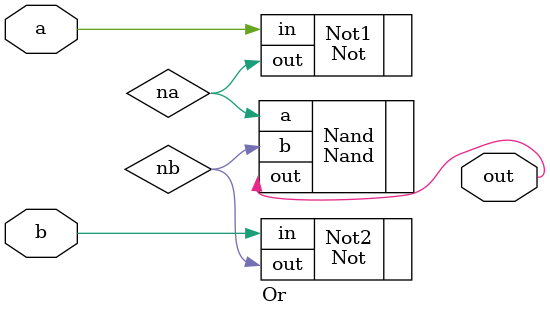
<source format=v>

module Or (
  input wire a, b,
  output wire out
);

wire na, nb;

Not Not1(.in(a), .out(na));
Not Not2(.in(b), .out(nb));
Nand Nand(.a(na), .b(nb), .out(out));

endmodule

</source>
